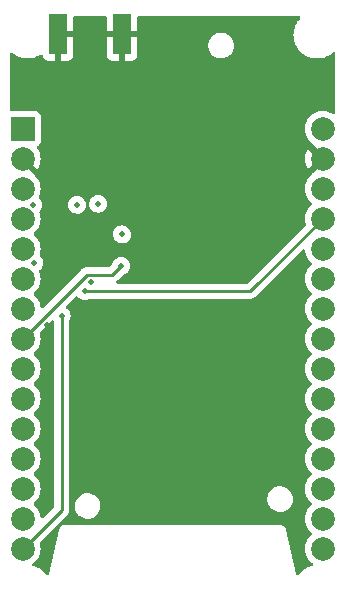
<source format=gbl>
G04 #@! TF.GenerationSoftware,KiCad,Pcbnew,6.0.2+dfsg-1*
G04 #@! TF.CreationDate,2024-02-25T21:37:04-08:00*
G04 #@! TF.ProjectId,cchat,63636861-742e-46b6-9963-61645f706362,rev?*
G04 #@! TF.SameCoordinates,Original*
G04 #@! TF.FileFunction,Copper,L4,Bot*
G04 #@! TF.FilePolarity,Positive*
%FSLAX46Y46*%
G04 Gerber Fmt 4.6, Leading zero omitted, Abs format (unit mm)*
G04 Created by KiCad (PCBNEW 6.0.2+dfsg-1) date 2024-02-25 21:37:04*
%MOMM*%
%LPD*%
G01*
G04 APERTURE LIST*
G04 #@! TA.AperFunction,ComponentPad*
%ADD10R,2.000000X2.000000*%
G04 #@! TD*
G04 #@! TA.AperFunction,ComponentPad*
%ADD11C,2.000000*%
G04 #@! TD*
G04 #@! TA.AperFunction,SMDPad,CuDef*
%ADD12R,1.500000X3.500000*%
G04 #@! TD*
G04 #@! TA.AperFunction,ViaPad*
%ADD13C,0.500000*%
G04 #@! TD*
G04 #@! TA.AperFunction,Conductor*
%ADD14C,0.250000*%
G04 #@! TD*
G04 APERTURE END LIST*
D10*
X114215000Y-85950000D03*
D11*
X114215000Y-88490000D03*
X114215000Y-91030000D03*
X114215000Y-93570000D03*
X114215000Y-96110000D03*
X114215000Y-98650000D03*
X114215000Y-101190000D03*
X114215000Y-103730000D03*
X114215000Y-106270000D03*
X114215000Y-108810000D03*
X114215000Y-111350000D03*
X114215000Y-113890000D03*
X114215000Y-116430000D03*
X114215000Y-118970000D03*
X114215000Y-121510000D03*
X139615000Y-121510000D03*
X139615000Y-118970000D03*
X139615000Y-116430000D03*
X139615000Y-113890000D03*
X139615000Y-111350000D03*
X139615000Y-108810000D03*
X139615000Y-106270000D03*
X139615000Y-103730000D03*
X139615000Y-101190000D03*
X139615000Y-98650000D03*
X139615000Y-96110000D03*
X139615000Y-93570000D03*
X139615000Y-91030000D03*
X139615000Y-88490000D03*
X139615000Y-85950000D03*
D12*
X122600000Y-77972500D03*
X117200000Y-77972500D03*
D13*
X120600000Y-92300000D03*
X118790124Y-92387590D03*
X122600000Y-94900000D03*
X119974500Y-98900000D03*
X115100000Y-92400000D03*
X115200000Y-97300000D03*
X116300000Y-102600000D03*
X118700000Y-86400000D03*
X121000000Y-88300000D03*
X123200000Y-92400000D03*
X122000000Y-87000000D03*
X116100000Y-98000000D03*
X117300000Y-94300000D03*
X121000000Y-82700000D03*
X124200000Y-79400000D03*
X121100000Y-80600000D03*
X140100000Y-80400000D03*
X124200000Y-78000000D03*
X137400000Y-120300000D03*
X116100000Y-100300000D03*
X121000000Y-85800000D03*
X129300000Y-95600000D03*
X123100000Y-89800000D03*
X117200000Y-80400000D03*
X137500000Y-87000000D03*
X140000000Y-83900000D03*
X119700000Y-100800000D03*
X121000000Y-84900000D03*
X116800000Y-92800000D03*
X113500000Y-80100000D03*
X116100000Y-117500000D03*
X124700000Y-95600000D03*
X118700000Y-89400000D03*
X136800000Y-76900000D03*
X123100000Y-91100000D03*
X116100000Y-108400000D03*
X121000000Y-89400000D03*
X122600000Y-80400000D03*
X115700000Y-80100000D03*
X118500000Y-80400000D03*
X122100000Y-83800000D03*
X116100000Y-91500000D03*
X121600000Y-100800000D03*
X117300000Y-89400000D03*
X129300000Y-97200000D03*
X121500000Y-93800000D03*
X120600000Y-100800000D03*
X113500000Y-84000000D03*
X137900000Y-97300000D03*
X137500000Y-89900000D03*
X124000000Y-92900000D03*
X127100000Y-92900000D03*
X122541233Y-97554531D03*
X117500000Y-101800000D03*
X119474500Y-99700000D03*
D14*
X117300000Y-94300000D02*
X117400000Y-94300000D01*
X119619511Y-98325489D02*
X114215000Y-103730000D01*
X121770275Y-98325489D02*
X119619511Y-98325489D01*
X122541233Y-97554531D02*
X121770275Y-98325489D01*
X117500000Y-101800000D02*
X117500000Y-118225000D01*
X117500000Y-118225000D02*
X114215000Y-121510000D01*
X119474500Y-99700000D02*
X133485000Y-99700000D01*
X133485000Y-99700000D02*
X139615000Y-93570000D01*
G04 #@! TA.AperFunction,Conductor*
G36*
X138032147Y-96152923D02*
G01*
X138088983Y-96195470D01*
X138113727Y-96261093D01*
X138120465Y-96346711D01*
X138175895Y-96577594D01*
X138177788Y-96582165D01*
X138177789Y-96582167D01*
X138264699Y-96791987D01*
X138266760Y-96796963D01*
X138269346Y-96801183D01*
X138388241Y-96995202D01*
X138388245Y-96995208D01*
X138390824Y-96999416D01*
X138545031Y-97179969D01*
X138548787Y-97183177D01*
X138548792Y-97183182D01*
X138667056Y-97284189D01*
X138705866Y-97343639D01*
X138706372Y-97414634D01*
X138667056Y-97475811D01*
X138548792Y-97576818D01*
X138548787Y-97576823D01*
X138545031Y-97580031D01*
X138390824Y-97760584D01*
X138388245Y-97764792D01*
X138388241Y-97764798D01*
X138269346Y-97958817D01*
X138266760Y-97963037D01*
X138264867Y-97967607D01*
X138264865Y-97967611D01*
X138182639Y-98166125D01*
X138175895Y-98182406D01*
X138120465Y-98413289D01*
X138101835Y-98650000D01*
X138120465Y-98886711D01*
X138121619Y-98891518D01*
X138121620Y-98891524D01*
X138137517Y-98957738D01*
X138175895Y-99117594D01*
X138266760Y-99336963D01*
X138269346Y-99341183D01*
X138388241Y-99535202D01*
X138388245Y-99535208D01*
X138390824Y-99539416D01*
X138545031Y-99719969D01*
X138548787Y-99723177D01*
X138548792Y-99723182D01*
X138667056Y-99824189D01*
X138705866Y-99883639D01*
X138706372Y-99954634D01*
X138667056Y-100015811D01*
X138548792Y-100116818D01*
X138548787Y-100116823D01*
X138545031Y-100120031D01*
X138390824Y-100300584D01*
X138388245Y-100304792D01*
X138388241Y-100304798D01*
X138291785Y-100462200D01*
X138266760Y-100503037D01*
X138175895Y-100722406D01*
X138120465Y-100953289D01*
X138101835Y-101190000D01*
X138120465Y-101426711D01*
X138175895Y-101657594D01*
X138177788Y-101662165D01*
X138177789Y-101662167D01*
X138245329Y-101825223D01*
X138266760Y-101876963D01*
X138269346Y-101881183D01*
X138388241Y-102075202D01*
X138388245Y-102075208D01*
X138390824Y-102079416D01*
X138545031Y-102259969D01*
X138548787Y-102263177D01*
X138548792Y-102263182D01*
X138667056Y-102364189D01*
X138705866Y-102423639D01*
X138706372Y-102494634D01*
X138667056Y-102555811D01*
X138548792Y-102656818D01*
X138548787Y-102656823D01*
X138545031Y-102660031D01*
X138390824Y-102840584D01*
X138388245Y-102844792D01*
X138388241Y-102844798D01*
X138269346Y-103038817D01*
X138266760Y-103043037D01*
X138264867Y-103047607D01*
X138264865Y-103047611D01*
X138177789Y-103257833D01*
X138175895Y-103262406D01*
X138120465Y-103493289D01*
X138101835Y-103730000D01*
X138120465Y-103966711D01*
X138175895Y-104197594D01*
X138266760Y-104416963D01*
X138269346Y-104421183D01*
X138388241Y-104615202D01*
X138388245Y-104615208D01*
X138390824Y-104619416D01*
X138545031Y-104799969D01*
X138548787Y-104803177D01*
X138548792Y-104803182D01*
X138667056Y-104904189D01*
X138705866Y-104963639D01*
X138706372Y-105034634D01*
X138667056Y-105095811D01*
X138548792Y-105196818D01*
X138548787Y-105196823D01*
X138545031Y-105200031D01*
X138390824Y-105380584D01*
X138388245Y-105384792D01*
X138388241Y-105384798D01*
X138269346Y-105578817D01*
X138266760Y-105583037D01*
X138175895Y-105802406D01*
X138120465Y-106033289D01*
X138101835Y-106270000D01*
X138120465Y-106506711D01*
X138175895Y-106737594D01*
X138266760Y-106956963D01*
X138269346Y-106961183D01*
X138388241Y-107155202D01*
X138388245Y-107155208D01*
X138390824Y-107159416D01*
X138545031Y-107339969D01*
X138548787Y-107343177D01*
X138548792Y-107343182D01*
X138667056Y-107444189D01*
X138705866Y-107503639D01*
X138706372Y-107574634D01*
X138667056Y-107635811D01*
X138548792Y-107736818D01*
X138548787Y-107736823D01*
X138545031Y-107740031D01*
X138390824Y-107920584D01*
X138388245Y-107924792D01*
X138388241Y-107924798D01*
X138269346Y-108118817D01*
X138266760Y-108123037D01*
X138175895Y-108342406D01*
X138120465Y-108573289D01*
X138101835Y-108810000D01*
X138120465Y-109046711D01*
X138175895Y-109277594D01*
X138266760Y-109496963D01*
X138269346Y-109501183D01*
X138388241Y-109695202D01*
X138388245Y-109695208D01*
X138390824Y-109699416D01*
X138545031Y-109879969D01*
X138548787Y-109883177D01*
X138548792Y-109883182D01*
X138667056Y-109984189D01*
X138705866Y-110043639D01*
X138706372Y-110114634D01*
X138667056Y-110175811D01*
X138548792Y-110276818D01*
X138548787Y-110276823D01*
X138545031Y-110280031D01*
X138390824Y-110460584D01*
X138388245Y-110464792D01*
X138388241Y-110464798D01*
X138269346Y-110658817D01*
X138266760Y-110663037D01*
X138175895Y-110882406D01*
X138120465Y-111113289D01*
X138101835Y-111350000D01*
X138120465Y-111586711D01*
X138175895Y-111817594D01*
X138266760Y-112036963D01*
X138269346Y-112041183D01*
X138388241Y-112235202D01*
X138388245Y-112235208D01*
X138390824Y-112239416D01*
X138545031Y-112419969D01*
X138548787Y-112423177D01*
X138548792Y-112423182D01*
X138667056Y-112524189D01*
X138705866Y-112583639D01*
X138706372Y-112654634D01*
X138667056Y-112715811D01*
X138548792Y-112816818D01*
X138548787Y-112816823D01*
X138545031Y-112820031D01*
X138390824Y-113000584D01*
X138388245Y-113004792D01*
X138388241Y-113004798D01*
X138269346Y-113198817D01*
X138266760Y-113203037D01*
X138175895Y-113422406D01*
X138120465Y-113653289D01*
X138101835Y-113890000D01*
X138120465Y-114126711D01*
X138175895Y-114357594D01*
X138266760Y-114576963D01*
X138269346Y-114581183D01*
X138388241Y-114775202D01*
X138388245Y-114775208D01*
X138390824Y-114779416D01*
X138545031Y-114959969D01*
X138548787Y-114963177D01*
X138548792Y-114963182D01*
X138667056Y-115064189D01*
X138705866Y-115123639D01*
X138706372Y-115194634D01*
X138667056Y-115255811D01*
X138548792Y-115356818D01*
X138548787Y-115356823D01*
X138545031Y-115360031D01*
X138390824Y-115540584D01*
X138388245Y-115544792D01*
X138388241Y-115544798D01*
X138269346Y-115738817D01*
X138266760Y-115743037D01*
X138175895Y-115962406D01*
X138120465Y-116193289D01*
X138101835Y-116430000D01*
X138120465Y-116666711D01*
X138121619Y-116671518D01*
X138121620Y-116671524D01*
X138142125Y-116756931D01*
X138175895Y-116897594D01*
X138177788Y-116902165D01*
X138177789Y-116902167D01*
X138235702Y-117041981D01*
X138266760Y-117116963D01*
X138269346Y-117121183D01*
X138388241Y-117315202D01*
X138388245Y-117315208D01*
X138390824Y-117319416D01*
X138545031Y-117499969D01*
X138548787Y-117503177D01*
X138548792Y-117503182D01*
X138667056Y-117604189D01*
X138705866Y-117663639D01*
X138706372Y-117734634D01*
X138667056Y-117795811D01*
X138548792Y-117896818D01*
X138548787Y-117896823D01*
X138545031Y-117900031D01*
X138390824Y-118080584D01*
X138388245Y-118084792D01*
X138388241Y-118084798D01*
X138290034Y-118245057D01*
X138266760Y-118283037D01*
X138264867Y-118287607D01*
X138264865Y-118287611D01*
X138201563Y-118440438D01*
X138175895Y-118502406D01*
X138164459Y-118550040D01*
X138124376Y-118717000D01*
X138120465Y-118733289D01*
X138101835Y-118970000D01*
X138120465Y-119206711D01*
X138175895Y-119437594D01*
X138177788Y-119442165D01*
X138177789Y-119442167D01*
X138263368Y-119648773D01*
X138266760Y-119656963D01*
X138269346Y-119661183D01*
X138388241Y-119855202D01*
X138388245Y-119855208D01*
X138390824Y-119859416D01*
X138545031Y-120039969D01*
X138548787Y-120043177D01*
X138548792Y-120043182D01*
X138667056Y-120144189D01*
X138705866Y-120203639D01*
X138706372Y-120274634D01*
X138667056Y-120335811D01*
X138548792Y-120436818D01*
X138548787Y-120436823D01*
X138545031Y-120440031D01*
X138390824Y-120620584D01*
X138388245Y-120624792D01*
X138388241Y-120624798D01*
X138269346Y-120818817D01*
X138266760Y-120823037D01*
X138264867Y-120827607D01*
X138264865Y-120827611D01*
X138177789Y-121037833D01*
X138175895Y-121042406D01*
X138120465Y-121273289D01*
X138101835Y-121510000D01*
X138120465Y-121746711D01*
X138175895Y-121977594D01*
X138266760Y-122196963D01*
X138269346Y-122201183D01*
X138388241Y-122395202D01*
X138388245Y-122395208D01*
X138390824Y-122399416D01*
X138545031Y-122579969D01*
X138725584Y-122734176D01*
X138729799Y-122736759D01*
X138729802Y-122736761D01*
X138749026Y-122748542D01*
X138796657Y-122801190D01*
X138808263Y-122871232D01*
X138780159Y-122936429D01*
X138721268Y-122976082D01*
X138709392Y-122979220D01*
X138590030Y-123004591D01*
X138585901Y-123006094D01*
X138585897Y-123006095D01*
X138330219Y-123099154D01*
X138330215Y-123099156D01*
X138326074Y-123100663D01*
X138078058Y-123232536D01*
X138074499Y-123235122D01*
X138074497Y-123235123D01*
X137949933Y-123325624D01*
X137850808Y-123397642D01*
X137847644Y-123400698D01*
X137847641Y-123400700D01*
X137803949Y-123442893D01*
X137648748Y-123592769D01*
X137554070Y-123713952D01*
X137541979Y-123729428D01*
X137484278Y-123770794D01*
X137413372Y-123774397D01*
X137351775Y-123739094D01*
X137319565Y-123678621D01*
X136511332Y-119960747D01*
X136510020Y-119948170D01*
X136509640Y-119948222D01*
X136508421Y-119939324D01*
X136508476Y-119930348D01*
X136493915Y-119879398D01*
X136491942Y-119871551D01*
X136489608Y-119860815D01*
X136489608Y-119860814D01*
X136488657Y-119856441D01*
X136484746Y-119845934D01*
X136481696Y-119836650D01*
X136468488Y-119790435D01*
X136463697Y-119782842D01*
X136461591Y-119778134D01*
X136456338Y-119767520D01*
X136453883Y-119763010D01*
X136450753Y-119754601D01*
X136422031Y-119716087D01*
X136416476Y-119707999D01*
X136395630Y-119674961D01*
X136390840Y-119667369D01*
X136384113Y-119661428D01*
X136380794Y-119657528D01*
X136372734Y-119648773D01*
X136369126Y-119645148D01*
X136363760Y-119637953D01*
X136325363Y-119609034D01*
X136317780Y-119602845D01*
X136315045Y-119600429D01*
X136281772Y-119571044D01*
X136273648Y-119567229D01*
X136269360Y-119564413D01*
X136259180Y-119558280D01*
X136254696Y-119555811D01*
X136247524Y-119550410D01*
X136202586Y-119533443D01*
X136193547Y-119529621D01*
X136158180Y-119513016D01*
X136158173Y-119513014D01*
X136150052Y-119509201D01*
X136141182Y-119507820D01*
X136136265Y-119506317D01*
X136124797Y-119503294D01*
X136119784Y-119502179D01*
X136111390Y-119499010D01*
X136063484Y-119495336D01*
X136053739Y-119494205D01*
X136044384Y-119492748D01*
X136044379Y-119492748D01*
X136039577Y-119492000D01*
X136024807Y-119492000D01*
X136015172Y-119491631D01*
X136013543Y-119491506D01*
X136009674Y-119491209D01*
X135975249Y-119488569D01*
X135975247Y-119488569D01*
X135966301Y-119487883D01*
X135957523Y-119489735D01*
X135951613Y-119490124D01*
X135933639Y-119492000D01*
X117872772Y-119492000D01*
X117861626Y-119491506D01*
X117854134Y-119490841D01*
X117845400Y-119488788D01*
X117836442Y-119489269D01*
X117836440Y-119489269D01*
X117788979Y-119491819D01*
X117782220Y-119492000D01*
X117763523Y-119492000D01*
X117759083Y-119492636D01*
X117759082Y-119492636D01*
X117755798Y-119493106D01*
X117744695Y-119494198D01*
X117709058Y-119496112D01*
X117709055Y-119496113D01*
X117700094Y-119496594D01*
X117691627Y-119499571D01*
X117691624Y-119499572D01*
X117690232Y-119500062D01*
X117666302Y-119505923D01*
X117655955Y-119507405D01*
X117647789Y-119511118D01*
X117647785Y-119511119D01*
X117615297Y-119525891D01*
X117604964Y-119530048D01*
X117562821Y-119544868D01*
X117554720Y-119550683D01*
X117554335Y-119550960D01*
X117533002Y-119563308D01*
X117523490Y-119567633D01*
X117516696Y-119573487D01*
X117516693Y-119573489D01*
X117489653Y-119596788D01*
X117480891Y-119603686D01*
X117444614Y-119629730D01*
X117439080Y-119636807D01*
X117438176Y-119637962D01*
X117421174Y-119655794D01*
X117413253Y-119662619D01*
X117408373Y-119670147D01*
X117408372Y-119670149D01*
X117388959Y-119700101D01*
X117382495Y-119709168D01*
X117354976Y-119744359D01*
X117351109Y-119754064D01*
X117339790Y-119775959D01*
X117334107Y-119784727D01*
X117321305Y-119827534D01*
X117317643Y-119838053D01*
X117313591Y-119848223D01*
X117312507Y-119852964D01*
X117312506Y-119852968D01*
X117309561Y-119865849D01*
X117307450Y-119873860D01*
X117292413Y-119924141D01*
X117292358Y-119933118D01*
X117291031Y-119941998D01*
X117290719Y-119941951D01*
X117289226Y-119954818D01*
X116444156Y-123652001D01*
X116409478Y-123713952D01*
X116346812Y-123747320D01*
X116276053Y-123741511D01*
X116222582Y-123701903D01*
X116221585Y-123700424D01*
X116201954Y-123678621D01*
X116036566Y-123494940D01*
X116033629Y-123491678D01*
X115818450Y-123311121D01*
X115580236Y-123162269D01*
X115323625Y-123048018D01*
X115194977Y-123011129D01*
X115100667Y-122984086D01*
X115040698Y-122946082D01*
X115010796Y-122881690D01*
X115020453Y-122811353D01*
X115069563Y-122755534D01*
X115100197Y-122736762D01*
X115100202Y-122736758D01*
X115104416Y-122734176D01*
X115284969Y-122579969D01*
X115439176Y-122399416D01*
X115441755Y-122395208D01*
X115441759Y-122395202D01*
X115560654Y-122201183D01*
X115563240Y-122196963D01*
X115654105Y-121977594D01*
X115709535Y-121746711D01*
X115728165Y-121510000D01*
X115709535Y-121273289D01*
X115655940Y-121050049D01*
X115659487Y-120979141D01*
X115689364Y-120931540D01*
X117892247Y-118728657D01*
X117900537Y-118721113D01*
X117907018Y-118717000D01*
X117953659Y-118667332D01*
X117956413Y-118664491D01*
X117976135Y-118644769D01*
X117978612Y-118641576D01*
X117986317Y-118632555D01*
X118011159Y-118606100D01*
X118016586Y-118600321D01*
X118020407Y-118593371D01*
X118026346Y-118582568D01*
X118037202Y-118566041D01*
X118044757Y-118556302D01*
X118044758Y-118556300D01*
X118049614Y-118550040D01*
X118067174Y-118509460D01*
X118072391Y-118498812D01*
X118089875Y-118467009D01*
X118089876Y-118467007D01*
X118093695Y-118460060D01*
X118098733Y-118440437D01*
X118105137Y-118421734D01*
X118110033Y-118410420D01*
X118110033Y-118410419D01*
X118113181Y-118403145D01*
X118114420Y-118395322D01*
X118114423Y-118395312D01*
X118120099Y-118359476D01*
X118122505Y-118347856D01*
X118131528Y-118312711D01*
X118131528Y-118312710D01*
X118133500Y-118305030D01*
X118133500Y-118284776D01*
X118135051Y-118265065D01*
X118136980Y-118252886D01*
X118138220Y-118245057D01*
X118134059Y-118201038D01*
X118133500Y-118189181D01*
X118133500Y-117846781D01*
X118611868Y-117846781D01*
X118621436Y-118053502D01*
X118622840Y-118059327D01*
X118622840Y-118059328D01*
X118667601Y-118245057D01*
X118669921Y-118254685D01*
X118672403Y-118260143D01*
X118672404Y-118260147D01*
X118696304Y-118312711D01*
X118755574Y-118443069D01*
X118826297Y-118542770D01*
X118871221Y-118606100D01*
X118875305Y-118611858D01*
X118879628Y-118615996D01*
X118879632Y-118616001D01*
X119002153Y-118733289D01*
X119024792Y-118754961D01*
X119029827Y-118758212D01*
X119193606Y-118863963D01*
X119193609Y-118863964D01*
X119198643Y-118867215D01*
X119390584Y-118944570D01*
X119396465Y-118945718D01*
X119396470Y-118945720D01*
X119589244Y-118983366D01*
X119589247Y-118983366D01*
X119593690Y-118984234D01*
X119599129Y-118984500D01*
X119751704Y-118984500D01*
X119906007Y-118969778D01*
X119922055Y-118965070D01*
X120098827Y-118913211D01*
X120098829Y-118913210D01*
X120104580Y-118911523D01*
X120186257Y-118869457D01*
X120283225Y-118819516D01*
X120283228Y-118819514D01*
X120288556Y-118816770D01*
X120451294Y-118688937D01*
X120586924Y-118532637D01*
X120690552Y-118353510D01*
X120758438Y-118158019D01*
X120759483Y-118150816D01*
X120787271Y-117959159D01*
X120787271Y-117959156D01*
X120788132Y-117953219D01*
X120778564Y-117746498D01*
X120730079Y-117545315D01*
X120710923Y-117503182D01*
X120646906Y-117362386D01*
X120644426Y-117356931D01*
X120566291Y-117246781D01*
X134911868Y-117246781D01*
X134921436Y-117453502D01*
X134922840Y-117459327D01*
X134922840Y-117459328D01*
X134947990Y-117563683D01*
X134969921Y-117654685D01*
X134972403Y-117660143D01*
X134972404Y-117660147D01*
X135007057Y-117736361D01*
X135055574Y-117843069D01*
X135126736Y-117943389D01*
X135166540Y-117999501D01*
X135175305Y-118011858D01*
X135179628Y-118015996D01*
X135179632Y-118016001D01*
X135259694Y-118092643D01*
X135324792Y-118154961D01*
X135329827Y-118158212D01*
X135493606Y-118263963D01*
X135493609Y-118263964D01*
X135498643Y-118267215D01*
X135690584Y-118344570D01*
X135696465Y-118345718D01*
X135696470Y-118345720D01*
X135889244Y-118383366D01*
X135889247Y-118383366D01*
X135893690Y-118384234D01*
X135899129Y-118384500D01*
X136051704Y-118384500D01*
X136206007Y-118369778D01*
X136211761Y-118368090D01*
X136398827Y-118313211D01*
X136398829Y-118313210D01*
X136404580Y-118311523D01*
X136417187Y-118305030D01*
X136583225Y-118219516D01*
X136583228Y-118219514D01*
X136588556Y-118216770D01*
X136751294Y-118088937D01*
X136758543Y-118080584D01*
X136882992Y-117937168D01*
X136886924Y-117932637D01*
X136990552Y-117753510D01*
X137058438Y-117558019D01*
X137059435Y-117551148D01*
X137087271Y-117359159D01*
X137087271Y-117359156D01*
X137088132Y-117353219D01*
X137078564Y-117146498D01*
X137040109Y-116986934D01*
X137031485Y-116951148D01*
X137031484Y-116951146D01*
X137030079Y-116945315D01*
X137005486Y-116891224D01*
X136946906Y-116762386D01*
X136944426Y-116756931D01*
X136824695Y-116588142D01*
X136820372Y-116584004D01*
X136820368Y-116583999D01*
X136679538Y-116449184D01*
X136675208Y-116445039D01*
X136575230Y-116380484D01*
X136506394Y-116336037D01*
X136506391Y-116336036D01*
X136501357Y-116332785D01*
X136309416Y-116255430D01*
X136303535Y-116254282D01*
X136303530Y-116254280D01*
X136110756Y-116216634D01*
X136110753Y-116216634D01*
X136106310Y-116215766D01*
X136100871Y-116215500D01*
X135948296Y-116215500D01*
X135793993Y-116230222D01*
X135788239Y-116231910D01*
X135601173Y-116286789D01*
X135601171Y-116286790D01*
X135595420Y-116288477D01*
X135590087Y-116291223D01*
X135590086Y-116291224D01*
X135416775Y-116380484D01*
X135416772Y-116380486D01*
X135411444Y-116383230D01*
X135248706Y-116511063D01*
X135113076Y-116667363D01*
X135009448Y-116846490D01*
X134941562Y-117041981D01*
X134940702Y-117047914D01*
X134940701Y-117047917D01*
X134912729Y-117240841D01*
X134911868Y-117246781D01*
X120566291Y-117246781D01*
X120524695Y-117188142D01*
X120520372Y-117184004D01*
X120520368Y-117183999D01*
X120379538Y-117049184D01*
X120375208Y-117045039D01*
X120275230Y-116980484D01*
X120206394Y-116936037D01*
X120206391Y-116936036D01*
X120201357Y-116932785D01*
X120009416Y-116855430D01*
X120003535Y-116854282D01*
X120003530Y-116854280D01*
X119810756Y-116816634D01*
X119810753Y-116816634D01*
X119806310Y-116815766D01*
X119800871Y-116815500D01*
X119648296Y-116815500D01*
X119493993Y-116830222D01*
X119488239Y-116831910D01*
X119301173Y-116886789D01*
X119301171Y-116886790D01*
X119295420Y-116888477D01*
X119290087Y-116891223D01*
X119290086Y-116891224D01*
X119116775Y-116980484D01*
X119116772Y-116980486D01*
X119111444Y-116983230D01*
X118948706Y-117111063D01*
X118813076Y-117267363D01*
X118709448Y-117446490D01*
X118641562Y-117641981D01*
X118640702Y-117647914D01*
X118640701Y-117647917D01*
X118625391Y-117753510D01*
X118611868Y-117846781D01*
X118133500Y-117846781D01*
X118133500Y-102255262D01*
X118154551Y-102185536D01*
X118178891Y-102148902D01*
X118239319Y-101989825D01*
X118263001Y-101821313D01*
X118263299Y-101800000D01*
X118244331Y-101630892D01*
X118188368Y-101470189D01*
X118098192Y-101325879D01*
X117978286Y-101205132D01*
X117962211Y-101194930D01*
X117901539Y-101156427D01*
X117854740Y-101103038D01*
X117844235Y-101032823D01*
X117873359Y-100968075D01*
X117879958Y-100960947D01*
X118684243Y-100156662D01*
X118746555Y-100122636D01*
X118817370Y-100127701D01*
X118869377Y-100166080D01*
X118869746Y-100165723D01*
X118874636Y-100170787D01*
X118874637Y-100170788D01*
X118928967Y-100227048D01*
X118987955Y-100288132D01*
X119040102Y-100322256D01*
X119084442Y-100351271D01*
X119130346Y-100381310D01*
X119136950Y-100383766D01*
X119136952Y-100383767D01*
X119173344Y-100397301D01*
X119289841Y-100440626D01*
X119458515Y-100463132D01*
X119465526Y-100462494D01*
X119465530Y-100462494D01*
X119620962Y-100448348D01*
X119627983Y-100447709D01*
X119634685Y-100445531D01*
X119634687Y-100445531D01*
X119783123Y-100397301D01*
X119783126Y-100397300D01*
X119789822Y-100395124D01*
X119795873Y-100391517D01*
X119795875Y-100391516D01*
X119863387Y-100351271D01*
X119927904Y-100333500D01*
X133406233Y-100333500D01*
X133417416Y-100334027D01*
X133424909Y-100335702D01*
X133432835Y-100335453D01*
X133432836Y-100335453D01*
X133492986Y-100333562D01*
X133496945Y-100333500D01*
X133524856Y-100333500D01*
X133528791Y-100333003D01*
X133528856Y-100332995D01*
X133540693Y-100332062D01*
X133572951Y-100331048D01*
X133576970Y-100330922D01*
X133584889Y-100330673D01*
X133604343Y-100325021D01*
X133623700Y-100321013D01*
X133635930Y-100319468D01*
X133635931Y-100319468D01*
X133643797Y-100318474D01*
X133651168Y-100315555D01*
X133651170Y-100315555D01*
X133684912Y-100302196D01*
X133696142Y-100298351D01*
X133730983Y-100288229D01*
X133730984Y-100288229D01*
X133738593Y-100286018D01*
X133745412Y-100281985D01*
X133745417Y-100281983D01*
X133756028Y-100275707D01*
X133773776Y-100267012D01*
X133792617Y-100259552D01*
X133828387Y-100233564D01*
X133838307Y-100227048D01*
X133869535Y-100208580D01*
X133869538Y-100208578D01*
X133876362Y-100204542D01*
X133890683Y-100190221D01*
X133905717Y-100177380D01*
X133915694Y-100170131D01*
X133922107Y-100165472D01*
X133950298Y-100131395D01*
X133958288Y-100122616D01*
X137899020Y-96181884D01*
X137961332Y-96147858D01*
X138032147Y-96152923D01*
G37*
G04 #@! TD.AperFunction*
G04 #@! TA.AperFunction,Conductor*
G36*
X116784533Y-102160539D02*
G01*
X116841368Y-102203086D01*
X116866179Y-102269606D01*
X116866500Y-102278595D01*
X116866500Y-117910406D01*
X116846498Y-117978527D01*
X116829595Y-117999501D01*
X115930980Y-118898116D01*
X115868668Y-118932142D01*
X115797853Y-118927077D01*
X115741017Y-118884530D01*
X115716273Y-118818906D01*
X115716105Y-118816770D01*
X115709535Y-118733289D01*
X115705625Y-118717000D01*
X115665541Y-118550040D01*
X115654105Y-118502406D01*
X115628437Y-118440438D01*
X115565135Y-118287611D01*
X115565133Y-118287607D01*
X115563240Y-118283037D01*
X115539966Y-118245057D01*
X115441759Y-118084798D01*
X115441755Y-118084792D01*
X115439176Y-118080584D01*
X115284969Y-117900031D01*
X115281213Y-117896823D01*
X115281208Y-117896818D01*
X115162944Y-117795811D01*
X115124134Y-117736361D01*
X115123628Y-117665366D01*
X115162944Y-117604189D01*
X115281208Y-117503182D01*
X115281213Y-117503177D01*
X115284969Y-117499969D01*
X115439176Y-117319416D01*
X115441755Y-117315208D01*
X115441759Y-117315202D01*
X115560654Y-117121183D01*
X115563240Y-117116963D01*
X115594299Y-117041981D01*
X115652211Y-116902167D01*
X115652212Y-116902165D01*
X115654105Y-116897594D01*
X115687875Y-116756931D01*
X115708380Y-116671524D01*
X115708381Y-116671518D01*
X115709535Y-116666711D01*
X115728165Y-116430000D01*
X115709535Y-116193289D01*
X115654105Y-115962406D01*
X115563240Y-115743037D01*
X115560654Y-115738817D01*
X115441759Y-115544798D01*
X115441755Y-115544792D01*
X115439176Y-115540584D01*
X115284969Y-115360031D01*
X115281213Y-115356823D01*
X115281208Y-115356818D01*
X115162944Y-115255811D01*
X115124134Y-115196361D01*
X115123628Y-115125366D01*
X115162944Y-115064189D01*
X115281208Y-114963182D01*
X115281213Y-114963177D01*
X115284969Y-114959969D01*
X115439176Y-114779416D01*
X115441755Y-114775208D01*
X115441759Y-114775202D01*
X115560654Y-114581183D01*
X115563240Y-114576963D01*
X115654105Y-114357594D01*
X115709535Y-114126711D01*
X115728165Y-113890000D01*
X115709535Y-113653289D01*
X115654105Y-113422406D01*
X115563240Y-113203037D01*
X115560654Y-113198817D01*
X115441759Y-113004798D01*
X115441755Y-113004792D01*
X115439176Y-113000584D01*
X115284969Y-112820031D01*
X115281213Y-112816823D01*
X115281208Y-112816818D01*
X115162944Y-112715811D01*
X115124134Y-112656361D01*
X115123628Y-112585366D01*
X115162944Y-112524189D01*
X115281208Y-112423182D01*
X115281213Y-112423177D01*
X115284969Y-112419969D01*
X115439176Y-112239416D01*
X115441755Y-112235208D01*
X115441759Y-112235202D01*
X115560654Y-112041183D01*
X115563240Y-112036963D01*
X115654105Y-111817594D01*
X115709535Y-111586711D01*
X115728165Y-111350000D01*
X115709535Y-111113289D01*
X115654105Y-110882406D01*
X115563240Y-110663037D01*
X115560654Y-110658817D01*
X115441759Y-110464798D01*
X115441755Y-110464792D01*
X115439176Y-110460584D01*
X115284969Y-110280031D01*
X115281213Y-110276823D01*
X115281208Y-110276818D01*
X115162944Y-110175811D01*
X115124134Y-110116361D01*
X115123628Y-110045366D01*
X115162944Y-109984189D01*
X115281208Y-109883182D01*
X115281213Y-109883177D01*
X115284969Y-109879969D01*
X115439176Y-109699416D01*
X115441755Y-109695208D01*
X115441759Y-109695202D01*
X115560654Y-109501183D01*
X115563240Y-109496963D01*
X115654105Y-109277594D01*
X115709535Y-109046711D01*
X115728165Y-108810000D01*
X115709535Y-108573289D01*
X115654105Y-108342406D01*
X115563240Y-108123037D01*
X115560654Y-108118817D01*
X115441759Y-107924798D01*
X115441755Y-107924792D01*
X115439176Y-107920584D01*
X115284969Y-107740031D01*
X115281213Y-107736823D01*
X115281208Y-107736818D01*
X115162944Y-107635811D01*
X115124134Y-107576361D01*
X115123628Y-107505366D01*
X115162944Y-107444189D01*
X115281208Y-107343182D01*
X115281213Y-107343177D01*
X115284969Y-107339969D01*
X115439176Y-107159416D01*
X115441755Y-107155208D01*
X115441759Y-107155202D01*
X115560654Y-106961183D01*
X115563240Y-106956963D01*
X115654105Y-106737594D01*
X115709535Y-106506711D01*
X115728165Y-106270000D01*
X115709535Y-106033289D01*
X115654105Y-105802406D01*
X115563240Y-105583037D01*
X115560654Y-105578817D01*
X115441759Y-105384798D01*
X115441755Y-105384792D01*
X115439176Y-105380584D01*
X115284969Y-105200031D01*
X115281213Y-105196823D01*
X115281208Y-105196818D01*
X115162944Y-105095811D01*
X115124134Y-105036361D01*
X115123628Y-104965366D01*
X115162944Y-104904189D01*
X115281208Y-104803182D01*
X115281213Y-104803177D01*
X115284969Y-104799969D01*
X115439176Y-104619416D01*
X115441755Y-104615208D01*
X115441759Y-104615202D01*
X115560654Y-104421183D01*
X115563240Y-104416963D01*
X115654105Y-104197594D01*
X115709535Y-103966711D01*
X115728165Y-103730000D01*
X115709535Y-103493289D01*
X115655940Y-103270049D01*
X115659487Y-103199141D01*
X115689362Y-103151542D01*
X116651407Y-102189498D01*
X116713717Y-102155474D01*
X116784533Y-102160539D01*
G37*
G04 #@! TD.AperFunction*
G04 #@! TA.AperFunction,Conductor*
G36*
X121284121Y-76428002D02*
G01*
X121330614Y-76481658D01*
X121342000Y-76534000D01*
X121342000Y-77700385D01*
X121346475Y-77715624D01*
X121347865Y-77716829D01*
X121355548Y-77718500D01*
X123839884Y-77718500D01*
X123855123Y-77714025D01*
X123856328Y-77712635D01*
X123857999Y-77704952D01*
X123857999Y-76534000D01*
X123878001Y-76465879D01*
X123931657Y-76419386D01*
X123983999Y-76408000D01*
X137579997Y-76408000D01*
X137648118Y-76428002D01*
X137694611Y-76481658D01*
X137704715Y-76551932D01*
X137675221Y-76616512D01*
X137667525Y-76624636D01*
X137648748Y-76642769D01*
X137475812Y-76864118D01*
X137473616Y-76867922D01*
X137473611Y-76867929D01*
X137407003Y-76983298D01*
X137335364Y-77107381D01*
X137230138Y-77367824D01*
X137162183Y-77640376D01*
X137161724Y-77644744D01*
X137161723Y-77644749D01*
X137142230Y-77830222D01*
X137132822Y-77919733D01*
X137132975Y-77924121D01*
X137132975Y-77924127D01*
X137142366Y-78193028D01*
X137142625Y-78200458D01*
X137143387Y-78204781D01*
X137143388Y-78204788D01*
X137150411Y-78244615D01*
X137191402Y-78477087D01*
X137278203Y-78744235D01*
X137401340Y-78996702D01*
X137403795Y-79000341D01*
X137403798Y-79000347D01*
X137476890Y-79108710D01*
X137558415Y-79229576D01*
X137746371Y-79438322D01*
X137961550Y-79618879D01*
X138199764Y-79767731D01*
X138456375Y-79881982D01*
X138726390Y-79959407D01*
X138730740Y-79960018D01*
X138730743Y-79960019D01*
X138804239Y-79970348D01*
X139004552Y-79998500D01*
X139215146Y-79998500D01*
X139217332Y-79998347D01*
X139217336Y-79998347D01*
X139420827Y-79984118D01*
X139420832Y-79984117D01*
X139425212Y-79983811D01*
X139699970Y-79925409D01*
X139704099Y-79923906D01*
X139704103Y-79923905D01*
X139959781Y-79830846D01*
X139959785Y-79830844D01*
X139963926Y-79829337D01*
X140211942Y-79697464D01*
X140218578Y-79692643D01*
X140435629Y-79534947D01*
X140435632Y-79534944D01*
X140439192Y-79532358D01*
X140460973Y-79511325D01*
X140478473Y-79494425D01*
X140541370Y-79461493D01*
X140612086Y-79467793D01*
X140668171Y-79511325D01*
X140692000Y-79585062D01*
X140692000Y-84615786D01*
X140671998Y-84683907D01*
X140618342Y-84730400D01*
X140548068Y-84740504D01*
X140500165Y-84723219D01*
X140306183Y-84604346D01*
X140301963Y-84601760D01*
X140297393Y-84599867D01*
X140297389Y-84599865D01*
X140087167Y-84512789D01*
X140087165Y-84512788D01*
X140082594Y-84510895D01*
X140002391Y-84491640D01*
X139856524Y-84456620D01*
X139856518Y-84456619D01*
X139851711Y-84455465D01*
X139615000Y-84436835D01*
X139378289Y-84455465D01*
X139373482Y-84456619D01*
X139373476Y-84456620D01*
X139227609Y-84491640D01*
X139147406Y-84510895D01*
X139142835Y-84512788D01*
X139142833Y-84512789D01*
X138932611Y-84599865D01*
X138932607Y-84599867D01*
X138928037Y-84601760D01*
X138923817Y-84604346D01*
X138729798Y-84723241D01*
X138729792Y-84723245D01*
X138725584Y-84725824D01*
X138545031Y-84880031D01*
X138390824Y-85060584D01*
X138388245Y-85064792D01*
X138388241Y-85064798D01*
X138269346Y-85258817D01*
X138266760Y-85263037D01*
X138175895Y-85482406D01*
X138120465Y-85713289D01*
X138101835Y-85950000D01*
X138120465Y-86186711D01*
X138175895Y-86417594D01*
X138266760Y-86636963D01*
X138269346Y-86641183D01*
X138388241Y-86835202D01*
X138388245Y-86835208D01*
X138390824Y-86839416D01*
X138545031Y-87019969D01*
X138548787Y-87023177D01*
X138548792Y-87023182D01*
X138701616Y-87153706D01*
X138740426Y-87213156D01*
X138742640Y-87247558D01*
X138750877Y-87266667D01*
X139885115Y-88400905D01*
X139919141Y-88463217D01*
X139914076Y-88534032D01*
X139885115Y-88579095D01*
X138753920Y-89710290D01*
X138744740Y-89727102D01*
X138730980Y-89790350D01*
X138702224Y-89825775D01*
X138548793Y-89956818D01*
X138545031Y-89960031D01*
X138390824Y-90140584D01*
X138388245Y-90144792D01*
X138388241Y-90144798D01*
X138269346Y-90338817D01*
X138266760Y-90343037D01*
X138175895Y-90562406D01*
X138120465Y-90793289D01*
X138101835Y-91030000D01*
X138120465Y-91266711D01*
X138175895Y-91497594D01*
X138177788Y-91502165D01*
X138177789Y-91502167D01*
X138260296Y-91701357D01*
X138266760Y-91716963D01*
X138269346Y-91721183D01*
X138388241Y-91915202D01*
X138388245Y-91915208D01*
X138390824Y-91919416D01*
X138545031Y-92099969D01*
X138548787Y-92103177D01*
X138548792Y-92103182D01*
X138667056Y-92204189D01*
X138705866Y-92263639D01*
X138706372Y-92334634D01*
X138667056Y-92395811D01*
X138548792Y-92496818D01*
X138548787Y-92496823D01*
X138545031Y-92500031D01*
X138390824Y-92680584D01*
X138388245Y-92684792D01*
X138388241Y-92684798D01*
X138323382Y-92790639D01*
X138266760Y-92883037D01*
X138264867Y-92887607D01*
X138264865Y-92887611D01*
X138183150Y-93084891D01*
X138175895Y-93102406D01*
X138120465Y-93333289D01*
X138101835Y-93570000D01*
X138120465Y-93806711D01*
X138121619Y-93811518D01*
X138121620Y-93811524D01*
X138174060Y-94029951D01*
X138170513Y-94100859D01*
X138140636Y-94148460D01*
X135641920Y-96647175D01*
X133259500Y-99029595D01*
X133197188Y-99063621D01*
X133170405Y-99066500D01*
X122222368Y-99066500D01*
X122154247Y-99046498D01*
X122107754Y-98992842D01*
X122097650Y-98922568D01*
X122127144Y-98857988D01*
X122149113Y-98839654D01*
X122148548Y-98838926D01*
X122154809Y-98834069D01*
X122161637Y-98830031D01*
X122175958Y-98815710D01*
X122190992Y-98802869D01*
X122200969Y-98795620D01*
X122207382Y-98790961D01*
X122235573Y-98756884D01*
X122243563Y-98748105D01*
X122665492Y-98326176D01*
X122715650Y-98295438D01*
X122849858Y-98251831D01*
X122856555Y-98249655D01*
X123002723Y-98162521D01*
X123007817Y-98157670D01*
X123007821Y-98157667D01*
X123103533Y-98066521D01*
X123125954Y-98045170D01*
X123220124Y-97903433D01*
X123280552Y-97744356D01*
X123304234Y-97575844D01*
X123304532Y-97554531D01*
X123285564Y-97385423D01*
X123279647Y-97368430D01*
X123231919Y-97231377D01*
X123229601Y-97224720D01*
X123223616Y-97215141D01*
X123196493Y-97171737D01*
X123139425Y-97080410D01*
X123019519Y-96959663D01*
X123003272Y-96949352D01*
X122964639Y-96924835D01*
X122875841Y-96868482D01*
X122715533Y-96811399D01*
X122546562Y-96791251D01*
X122539559Y-96791987D01*
X122539558Y-96791987D01*
X122384334Y-96808301D01*
X122384330Y-96808302D01*
X122377326Y-96809038D01*
X122370655Y-96811309D01*
X122222906Y-96861606D01*
X122222903Y-96861607D01*
X122216236Y-96863877D01*
X122210238Y-96867567D01*
X122210236Y-96867568D01*
X122077298Y-96949352D01*
X122077296Y-96949354D01*
X122071299Y-96953043D01*
X121949719Y-97072104D01*
X121945908Y-97078018D01*
X121945906Y-97078020D01*
X121880204Y-97179969D01*
X121857537Y-97215141D01*
X121855127Y-97221763D01*
X121810768Y-97343639D01*
X121799336Y-97375047D01*
X121799276Y-97375524D01*
X121767227Y-97432632D01*
X121544775Y-97655084D01*
X121482463Y-97689110D01*
X121455680Y-97691989D01*
X119698279Y-97691989D01*
X119687096Y-97691462D01*
X119679603Y-97689787D01*
X119671677Y-97690036D01*
X119671676Y-97690036D01*
X119611513Y-97691927D01*
X119607555Y-97691989D01*
X119579655Y-97691989D01*
X119575665Y-97692493D01*
X119563831Y-97693425D01*
X119519622Y-97694815D01*
X119512008Y-97697027D01*
X119512003Y-97697028D01*
X119500170Y-97700466D01*
X119480807Y-97704477D01*
X119460714Y-97707015D01*
X119453347Y-97709932D01*
X119453342Y-97709933D01*
X119419603Y-97723291D01*
X119408376Y-97727135D01*
X119365918Y-97739471D01*
X119359092Y-97743508D01*
X119348483Y-97749782D01*
X119330735Y-97758477D01*
X119311894Y-97765937D01*
X119305478Y-97770599D01*
X119305477Y-97770599D01*
X119276124Y-97791925D01*
X119266204Y-97798441D01*
X119234976Y-97816909D01*
X119234973Y-97816911D01*
X119228149Y-97820947D01*
X119213828Y-97835268D01*
X119198795Y-97848108D01*
X119182404Y-97860017D01*
X119177353Y-97866123D01*
X119154213Y-97894094D01*
X119146223Y-97902873D01*
X115930980Y-101118115D01*
X115868668Y-101152141D01*
X115797852Y-101147076D01*
X115741017Y-101104529D01*
X115716273Y-101038906D01*
X115715795Y-101032823D01*
X115709535Y-100953289D01*
X115654105Y-100722406D01*
X115563240Y-100503037D01*
X115538215Y-100462200D01*
X115441759Y-100304798D01*
X115441755Y-100304792D01*
X115439176Y-100300584D01*
X115284969Y-100120031D01*
X115281213Y-100116823D01*
X115281208Y-100116818D01*
X115162944Y-100015811D01*
X115124134Y-99956361D01*
X115123628Y-99885366D01*
X115162944Y-99824189D01*
X115281208Y-99723182D01*
X115281213Y-99723177D01*
X115284969Y-99719969D01*
X115439176Y-99539416D01*
X115441755Y-99535208D01*
X115441759Y-99535202D01*
X115560654Y-99341183D01*
X115563240Y-99336963D01*
X115654105Y-99117594D01*
X115692483Y-98957738D01*
X115708380Y-98891524D01*
X115708381Y-98891518D01*
X115709535Y-98886711D01*
X115728165Y-98650000D01*
X115709535Y-98413289D01*
X115654105Y-98182406D01*
X115645869Y-98162521D01*
X115606104Y-98066521D01*
X115598515Y-97995931D01*
X115630294Y-97932444D01*
X115650210Y-97916360D01*
X115649828Y-97915857D01*
X115655445Y-97911593D01*
X115661490Y-97907990D01*
X115666584Y-97903139D01*
X115666588Y-97903136D01*
X115752894Y-97820947D01*
X115784721Y-97790639D01*
X115806086Y-97758483D01*
X115849309Y-97693426D01*
X115878891Y-97648902D01*
X115939319Y-97489825D01*
X115941289Y-97475811D01*
X115951351Y-97404207D01*
X115963001Y-97321313D01*
X115963299Y-97300000D01*
X115944331Y-97130892D01*
X115888368Y-96970189D01*
X115875348Y-96949352D01*
X115827175Y-96872261D01*
X115798192Y-96825879D01*
X115793229Y-96820881D01*
X115793224Y-96820875D01*
X115682729Y-96709605D01*
X115648922Y-96647175D01*
X115652299Y-96581954D01*
X115654105Y-96577594D01*
X115655260Y-96572782D01*
X115655262Y-96572777D01*
X115708380Y-96351524D01*
X115708381Y-96351518D01*
X115709535Y-96346711D01*
X115728165Y-96110000D01*
X115709535Y-95873289D01*
X115654105Y-95642406D01*
X115635422Y-95597301D01*
X115565135Y-95427611D01*
X115565133Y-95427607D01*
X115563240Y-95423037D01*
X115524427Y-95359700D01*
X115441759Y-95224798D01*
X115441755Y-95224792D01*
X115439176Y-95220584D01*
X115284969Y-95040031D01*
X115281213Y-95036823D01*
X115281208Y-95036818D01*
X115162944Y-94935811D01*
X115132609Y-94889343D01*
X121836775Y-94889343D01*
X121853381Y-95058699D01*
X121907094Y-95220167D01*
X121910741Y-95226189D01*
X121910742Y-95226191D01*
X121924497Y-95248902D01*
X121995246Y-95365723D01*
X122113455Y-95488132D01*
X122255846Y-95581310D01*
X122262450Y-95583766D01*
X122262452Y-95583767D01*
X122298844Y-95597301D01*
X122415341Y-95640626D01*
X122584015Y-95663132D01*
X122591026Y-95662494D01*
X122591030Y-95662494D01*
X122746462Y-95648348D01*
X122753483Y-95647709D01*
X122760185Y-95645531D01*
X122760187Y-95645531D01*
X122908623Y-95597301D01*
X122908626Y-95597300D01*
X122915322Y-95595124D01*
X123061490Y-95507990D01*
X123066584Y-95503139D01*
X123066588Y-95503136D01*
X123145896Y-95427611D01*
X123184721Y-95390639D01*
X123278891Y-95248902D01*
X123339319Y-95089825D01*
X123363001Y-94921313D01*
X123363299Y-94900000D01*
X123344331Y-94730892D01*
X123288368Y-94570189D01*
X123282383Y-94560610D01*
X123216515Y-94455202D01*
X123198192Y-94425879D01*
X123078286Y-94305132D01*
X123062039Y-94294821D01*
X123023406Y-94270304D01*
X122934608Y-94213951D01*
X122774300Y-94156868D01*
X122605329Y-94136720D01*
X122598326Y-94137456D01*
X122598325Y-94137456D01*
X122443101Y-94153770D01*
X122443097Y-94153771D01*
X122436093Y-94154507D01*
X122429422Y-94156778D01*
X122281673Y-94207075D01*
X122281670Y-94207076D01*
X122275003Y-94209346D01*
X122269005Y-94213036D01*
X122269003Y-94213037D01*
X122136065Y-94294821D01*
X122136063Y-94294823D01*
X122130066Y-94298512D01*
X122008486Y-94417573D01*
X122004675Y-94423487D01*
X122004673Y-94423489D01*
X121979097Y-94463175D01*
X121916304Y-94560610D01*
X121858103Y-94720516D01*
X121836775Y-94889343D01*
X115132609Y-94889343D01*
X115124134Y-94876361D01*
X115123628Y-94805366D01*
X115162944Y-94744189D01*
X115281208Y-94643182D01*
X115281213Y-94643177D01*
X115284969Y-94639969D01*
X115439176Y-94459416D01*
X115441755Y-94455208D01*
X115441759Y-94455202D01*
X115560654Y-94261183D01*
X115563240Y-94256963D01*
X115582964Y-94209346D01*
X115652211Y-94042167D01*
X115652212Y-94042165D01*
X115654105Y-94037594D01*
X115709535Y-93806711D01*
X115728165Y-93570000D01*
X115709535Y-93333289D01*
X115654105Y-93102406D01*
X115632938Y-93051304D01*
X115625349Y-92980716D01*
X115657128Y-92917229D01*
X115662433Y-92911864D01*
X115684721Y-92890639D01*
X115778891Y-92748902D01*
X115839319Y-92589825D01*
X115863001Y-92421313D01*
X115863299Y-92400000D01*
X115860712Y-92376933D01*
X118026899Y-92376933D01*
X118043505Y-92546289D01*
X118045729Y-92552974D01*
X118045729Y-92552975D01*
X118056051Y-92584004D01*
X118097218Y-92707757D01*
X118100865Y-92713779D01*
X118100866Y-92713781D01*
X118143858Y-92784768D01*
X118185370Y-92853313D01*
X118303579Y-92975722D01*
X118333925Y-92995580D01*
X118437156Y-93063132D01*
X118445970Y-93068900D01*
X118452574Y-93071356D01*
X118452576Y-93071357D01*
X118488968Y-93084891D01*
X118605465Y-93128216D01*
X118774139Y-93150722D01*
X118781150Y-93150084D01*
X118781154Y-93150084D01*
X118936586Y-93135938D01*
X118943607Y-93135299D01*
X118950309Y-93133121D01*
X118950311Y-93133121D01*
X119098747Y-93084891D01*
X119098750Y-93084890D01*
X119105446Y-93082714D01*
X119251614Y-92995580D01*
X119256708Y-92990729D01*
X119256712Y-92990726D01*
X119348690Y-92903136D01*
X119374845Y-92878229D01*
X119469015Y-92736492D01*
X119529443Y-92577415D01*
X119553125Y-92408903D01*
X119553242Y-92400554D01*
X119553368Y-92391551D01*
X119553368Y-92391545D01*
X119553423Y-92387590D01*
X119542403Y-92289343D01*
X119836775Y-92289343D01*
X119853381Y-92458699D01*
X119907094Y-92620167D01*
X119910741Y-92626189D01*
X119910742Y-92626191D01*
X119985059Y-92748902D01*
X119995246Y-92765723D01*
X120113455Y-92888132D01*
X120119351Y-92891990D01*
X120247307Y-92975722D01*
X120255846Y-92981310D01*
X120262450Y-92983766D01*
X120262452Y-92983767D01*
X120298844Y-92997301D01*
X120415341Y-93040626D01*
X120584015Y-93063132D01*
X120591026Y-93062494D01*
X120591030Y-93062494D01*
X120746462Y-93048348D01*
X120753483Y-93047709D01*
X120760185Y-93045531D01*
X120760187Y-93045531D01*
X120908623Y-92997301D01*
X120908626Y-92997300D01*
X120915322Y-92995124D01*
X121061490Y-92907990D01*
X121066584Y-92903139D01*
X121066588Y-92903136D01*
X121133833Y-92839099D01*
X121184721Y-92790639D01*
X121208551Y-92754773D01*
X121274990Y-92654773D01*
X121278891Y-92648902D01*
X121339319Y-92489825D01*
X121363001Y-92321313D01*
X121363299Y-92300000D01*
X121344331Y-92130892D01*
X121333563Y-92099969D01*
X121290686Y-91976846D01*
X121288368Y-91970189D01*
X121282383Y-91960610D01*
X121252925Y-91913469D01*
X121198192Y-91825879D01*
X121078286Y-91705132D01*
X121071188Y-91700627D01*
X120978959Y-91642097D01*
X120934608Y-91613951D01*
X120774300Y-91556868D01*
X120605329Y-91536720D01*
X120598326Y-91537456D01*
X120598325Y-91537456D01*
X120443101Y-91553770D01*
X120443097Y-91553771D01*
X120436093Y-91554507D01*
X120429422Y-91556778D01*
X120281673Y-91607075D01*
X120281670Y-91607076D01*
X120275003Y-91609346D01*
X120269005Y-91613036D01*
X120269003Y-91613037D01*
X120136065Y-91694821D01*
X120136063Y-91694823D01*
X120130066Y-91698512D01*
X120061588Y-91765571D01*
X120035590Y-91791031D01*
X120008486Y-91817573D01*
X120004675Y-91823487D01*
X120004673Y-91823489D01*
X119945568Y-91915202D01*
X119916304Y-91960610D01*
X119913894Y-91967232D01*
X119866949Y-92096213D01*
X119858103Y-92120516D01*
X119836775Y-92289343D01*
X119542403Y-92289343D01*
X119534455Y-92218482D01*
X119478492Y-92057779D01*
X119472507Y-92048200D01*
X119421911Y-91967232D01*
X119388316Y-91913469D01*
X119268410Y-91792722D01*
X119252163Y-91782411D01*
X119213530Y-91757894D01*
X119124732Y-91701541D01*
X118964424Y-91644458D01*
X118795453Y-91624310D01*
X118788450Y-91625046D01*
X118788449Y-91625046D01*
X118633225Y-91641360D01*
X118633221Y-91641361D01*
X118626217Y-91642097D01*
X118619546Y-91644368D01*
X118471797Y-91694665D01*
X118471794Y-91694666D01*
X118465127Y-91696936D01*
X118459129Y-91700626D01*
X118459127Y-91700627D01*
X118326189Y-91782411D01*
X118326187Y-91782413D01*
X118320190Y-91786102D01*
X118198610Y-91905163D01*
X118194799Y-91911077D01*
X118194797Y-91911079D01*
X118162876Y-91960610D01*
X118106428Y-92048200D01*
X118048227Y-92208106D01*
X118026899Y-92376933D01*
X115860712Y-92376933D01*
X115844331Y-92230892D01*
X115840010Y-92218482D01*
X115799857Y-92103182D01*
X115788368Y-92070189D01*
X115779884Y-92056611D01*
X115725880Y-91970189D01*
X115698192Y-91925879D01*
X115693229Y-91920881D01*
X115693224Y-91920875D01*
X115600997Y-91828001D01*
X115567190Y-91765571D01*
X115573994Y-91691000D01*
X115652211Y-91502167D01*
X115652212Y-91502165D01*
X115654105Y-91497594D01*
X115709535Y-91266711D01*
X115728165Y-91030000D01*
X115709535Y-90793289D01*
X115654105Y-90562406D01*
X115563240Y-90343037D01*
X115560654Y-90338817D01*
X115441759Y-90144798D01*
X115441755Y-90144792D01*
X115439176Y-90140584D01*
X115284969Y-89960031D01*
X115281213Y-89956823D01*
X115281208Y-89956818D01*
X115128384Y-89826294D01*
X115089574Y-89766844D01*
X115087360Y-89732442D01*
X115079123Y-89713333D01*
X113944885Y-88579095D01*
X113910859Y-88516783D01*
X113915924Y-88445968D01*
X113944885Y-88400905D01*
X114125905Y-88219885D01*
X114188217Y-88185859D01*
X114259032Y-88190924D01*
X114304095Y-88219885D01*
X115435290Y-89351080D01*
X115447670Y-89357840D01*
X115455320Y-89352113D01*
X115560205Y-89180958D01*
X115564687Y-89172163D01*
X115651734Y-88962012D01*
X115654783Y-88952627D01*
X115707885Y-88731446D01*
X115709428Y-88721699D01*
X115727275Y-88494930D01*
X138102725Y-88494930D01*
X138120572Y-88721699D01*
X138122115Y-88731446D01*
X138175217Y-88952627D01*
X138178266Y-88962012D01*
X138265313Y-89172163D01*
X138269795Y-89180958D01*
X138372432Y-89348445D01*
X138382890Y-89357907D01*
X138391666Y-89354124D01*
X139242978Y-88502812D01*
X139250592Y-88488868D01*
X139250461Y-88487035D01*
X139246210Y-88480420D01*
X138394710Y-87628920D01*
X138382330Y-87622160D01*
X138374680Y-87627887D01*
X138269795Y-87799042D01*
X138265313Y-87807837D01*
X138178266Y-88017988D01*
X138175217Y-88027373D01*
X138122115Y-88248554D01*
X138120572Y-88258301D01*
X138102725Y-88485070D01*
X138102725Y-88494930D01*
X115727275Y-88494930D01*
X115727275Y-88485070D01*
X115709428Y-88258301D01*
X115707885Y-88248554D01*
X115654783Y-88027373D01*
X115651734Y-88017988D01*
X115564687Y-87807837D01*
X115560205Y-87799042D01*
X115441357Y-87605101D01*
X115435557Y-87597117D01*
X115429381Y-87589886D01*
X115400349Y-87525096D01*
X115410953Y-87454896D01*
X115457177Y-87402312D01*
X115461705Y-87400615D01*
X115578261Y-87313261D01*
X115665615Y-87196705D01*
X115716745Y-87060316D01*
X115723500Y-86998134D01*
X115723500Y-84901866D01*
X115716745Y-84839684D01*
X115665615Y-84703295D01*
X115578261Y-84586739D01*
X115461705Y-84499385D01*
X115325316Y-84448255D01*
X115263134Y-84441500D01*
X113234000Y-84441500D01*
X113165879Y-84421498D01*
X113119386Y-84367842D01*
X113108000Y-84315500D01*
X113108000Y-79600814D01*
X113128002Y-79532693D01*
X113181658Y-79486200D01*
X113251932Y-79476096D01*
X113314991Y-79504293D01*
X113448120Y-79616001D01*
X113451550Y-79618879D01*
X113689764Y-79767731D01*
X113946375Y-79881982D01*
X114216390Y-79959407D01*
X114220740Y-79960018D01*
X114220743Y-79960019D01*
X114294239Y-79970348D01*
X114494552Y-79998500D01*
X114705146Y-79998500D01*
X114707332Y-79998347D01*
X114707336Y-79998347D01*
X114910827Y-79984118D01*
X114910832Y-79984117D01*
X114915212Y-79983811D01*
X115189970Y-79925409D01*
X115194099Y-79923906D01*
X115194103Y-79923905D01*
X115449781Y-79830846D01*
X115449785Y-79830844D01*
X115453926Y-79829337D01*
X115701942Y-79697464D01*
X115713679Y-79688937D01*
X115741940Y-79668404D01*
X115808808Y-79644545D01*
X115877960Y-79660626D01*
X115927440Y-79711540D01*
X115940394Y-79763849D01*
X115941817Y-79763772D01*
X115942371Y-79773990D01*
X115947895Y-79824852D01*
X115951521Y-79840104D01*
X115996676Y-79960554D01*
X116005214Y-79976149D01*
X116081715Y-80078224D01*
X116094276Y-80090785D01*
X116196351Y-80167286D01*
X116211946Y-80175824D01*
X116332394Y-80220978D01*
X116347649Y-80224605D01*
X116398514Y-80230131D01*
X116405328Y-80230500D01*
X116927885Y-80230500D01*
X116943124Y-80226025D01*
X116944329Y-80224635D01*
X116946000Y-80216952D01*
X116946000Y-80212384D01*
X117454000Y-80212384D01*
X117458475Y-80227623D01*
X117459865Y-80228828D01*
X117467548Y-80230499D01*
X117994669Y-80230499D01*
X118001490Y-80230129D01*
X118052352Y-80224605D01*
X118067604Y-80220979D01*
X118188054Y-80175824D01*
X118203649Y-80167286D01*
X118305724Y-80090785D01*
X118318285Y-80078224D01*
X118394786Y-79976149D01*
X118403324Y-79960554D01*
X118448478Y-79840106D01*
X118452105Y-79824851D01*
X118457631Y-79773986D01*
X118458000Y-79767172D01*
X118458000Y-79767169D01*
X121342001Y-79767169D01*
X121342371Y-79773990D01*
X121347895Y-79824852D01*
X121351521Y-79840104D01*
X121396676Y-79960554D01*
X121405214Y-79976149D01*
X121481715Y-80078224D01*
X121494276Y-80090785D01*
X121596351Y-80167286D01*
X121611946Y-80175824D01*
X121732394Y-80220978D01*
X121747649Y-80224605D01*
X121798514Y-80230131D01*
X121805328Y-80230500D01*
X122327885Y-80230500D01*
X122343124Y-80226025D01*
X122344329Y-80224635D01*
X122346000Y-80216952D01*
X122346000Y-80212384D01*
X122854000Y-80212384D01*
X122858475Y-80227623D01*
X122859865Y-80228828D01*
X122867548Y-80230499D01*
X123394669Y-80230499D01*
X123401490Y-80230129D01*
X123452352Y-80224605D01*
X123467604Y-80220979D01*
X123588054Y-80175824D01*
X123603649Y-80167286D01*
X123705724Y-80090785D01*
X123718285Y-80078224D01*
X123794786Y-79976149D01*
X123803324Y-79960554D01*
X123848478Y-79840106D01*
X123852105Y-79824851D01*
X123857631Y-79773986D01*
X123858000Y-79767172D01*
X123858000Y-78846781D01*
X129911868Y-78846781D01*
X129921436Y-79053502D01*
X129922840Y-79059327D01*
X129922840Y-79059328D01*
X129947990Y-79163683D01*
X129969921Y-79254685D01*
X130055574Y-79443069D01*
X130175305Y-79611858D01*
X130179628Y-79615996D01*
X130179632Y-79616001D01*
X130264730Y-79697464D01*
X130324792Y-79754961D01*
X130329827Y-79758212D01*
X130493606Y-79863963D01*
X130493609Y-79863964D01*
X130498643Y-79867215D01*
X130690584Y-79944570D01*
X130696465Y-79945718D01*
X130696470Y-79945720D01*
X130889244Y-79983366D01*
X130889247Y-79983366D01*
X130893690Y-79984234D01*
X130899129Y-79984500D01*
X131051704Y-79984500D01*
X131206007Y-79969778D01*
X131237449Y-79960554D01*
X131398827Y-79913211D01*
X131398829Y-79913210D01*
X131404580Y-79911523D01*
X131486257Y-79869457D01*
X131583225Y-79819516D01*
X131583228Y-79819514D01*
X131588556Y-79816770D01*
X131751294Y-79688937D01*
X131886924Y-79532637D01*
X131990552Y-79353510D01*
X132058438Y-79158019D01*
X132064548Y-79115882D01*
X132087271Y-78959159D01*
X132087271Y-78959156D01*
X132088132Y-78953219D01*
X132078564Y-78746498D01*
X132030079Y-78545315D01*
X131944426Y-78356931D01*
X131824695Y-78188142D01*
X131820372Y-78184004D01*
X131820368Y-78183999D01*
X131679538Y-78049184D01*
X131675208Y-78045039D01*
X131575230Y-77980484D01*
X131506394Y-77936037D01*
X131506391Y-77936036D01*
X131501357Y-77932785D01*
X131309416Y-77855430D01*
X131303535Y-77854282D01*
X131303530Y-77854280D01*
X131110756Y-77816634D01*
X131110753Y-77816634D01*
X131106310Y-77815766D01*
X131100871Y-77815500D01*
X130948296Y-77815500D01*
X130793993Y-77830222D01*
X130788239Y-77831910D01*
X130601173Y-77886789D01*
X130601171Y-77886790D01*
X130595420Y-77888477D01*
X130590087Y-77891223D01*
X130590086Y-77891224D01*
X130416775Y-77980484D01*
X130416772Y-77980486D01*
X130411444Y-77983230D01*
X130248706Y-78111063D01*
X130113076Y-78267363D01*
X130009448Y-78446490D01*
X129941562Y-78641981D01*
X129940702Y-78647914D01*
X129940701Y-78647917D01*
X129912729Y-78840841D01*
X129911868Y-78846781D01*
X123858000Y-78846781D01*
X123858000Y-78244615D01*
X123853525Y-78229376D01*
X123852135Y-78228171D01*
X123844452Y-78226500D01*
X122872115Y-78226500D01*
X122856876Y-78230975D01*
X122855671Y-78232365D01*
X122854000Y-78240048D01*
X122854000Y-80212384D01*
X122346000Y-80212384D01*
X122346000Y-78244615D01*
X122341525Y-78229376D01*
X122340135Y-78228171D01*
X122332452Y-78226500D01*
X121360116Y-78226500D01*
X121344877Y-78230975D01*
X121343672Y-78232365D01*
X121342001Y-78240048D01*
X121342001Y-79767169D01*
X118458000Y-79767169D01*
X118458000Y-78244615D01*
X118453525Y-78229376D01*
X118452135Y-78228171D01*
X118444452Y-78226500D01*
X117472115Y-78226500D01*
X117456876Y-78230975D01*
X117455671Y-78232365D01*
X117454000Y-78240048D01*
X117454000Y-80212384D01*
X116946000Y-80212384D01*
X116946000Y-77844500D01*
X116966002Y-77776379D01*
X117019658Y-77729886D01*
X117072000Y-77718500D01*
X118439884Y-77718500D01*
X118455123Y-77714025D01*
X118456328Y-77712635D01*
X118457999Y-77704952D01*
X118457999Y-76534000D01*
X118478001Y-76465879D01*
X118531657Y-76419386D01*
X118583999Y-76408000D01*
X121216000Y-76408000D01*
X121284121Y-76428002D01*
G37*
G04 #@! TD.AperFunction*
M02*

</source>
